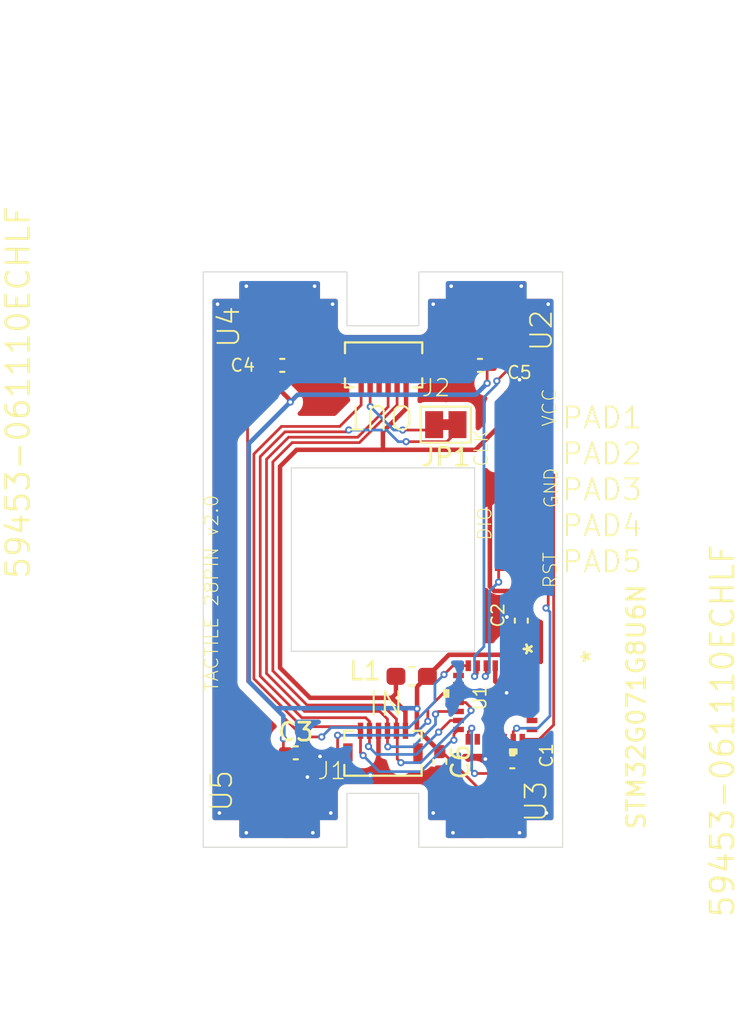
<source format=kicad_pcb>
(kicad_pcb (version 20211014) (generator pcbnew)
  (layers (0 "F.Cu" signal) (31 "B.Cu" signal) (34 "B.Paste" user) (35 "F.Paste" user) (36 "B.SilkS" user "B.Silkscreen") (37 "F.SilkS" user "F.Silkscreen") (38 "B.Mask" user) (39 "F.Mask" user) (44 "Edge.Cuts" user))
  (net 0 "")
  (net 1 "VCC")
  (net 2 "GND")
  (net 3 "/SPI_CS")
  (net 4 "/SPI_SCK")
  (net 5 "/SPI_MISO")
  (net 6 "/SPI_MOSI")
  (net 7 "/SWCLK")
  (net 8 "/SWDIO")
  (net 9 "/RST")
  (net 10 "/OUT1")
  (net 11 "/OUT2")
  (net 12 "/OUT3")
  (net 13 "/OUT4")
  (net 14 "/3V3")
  (net 30 "Net-(J2-PadP$2)")
  (footprint "Capacitor_SMD:C_0402_1005Metric_Pad0.74x0.62mm_HandSolder" (layer "F.Cu") (at 142.9011 94.2036)
    (fp_text reference "C4" (at -2.2011 -0.0036) (layer "F.SilkS") (effects (font (size 0.7 0.7) (thickness 0.1))))
    (fp_text value "C-EUC0402")
    (fp_line (start -0.115835 0.36) (end 0.115835 0.36) (layer "F.SilkS") (width 0.12))
    (fp_line (start -0.115835 -0.36) (end 0.115835 -0.36) (layer "F.SilkS") (width 0.12))
    (pad "1" smd roundrect locked (at -0.5675 0) (size 0.735 0.62) (layers "F.Cu" "F.Paste" "F.Mask") (net 1 "VCC"))
    (pad "2" smd roundrect locked (at 0.5675 0) (size 0.735 0.62) (layers "F.Cu" "F.Paste" "F.Mask") (net 2 "GND"))
  )
  (footprint "TACTILE_28UFQFPN_SPI_v2.0:59453-061110ECHLF" (layer "F.Cu") (at 147.2895 95.4258 90)
    (fp_text reference "J2" (at -0.5742 3.3105 180) (layer "F.SilkS") (effects (font (size 0.93472 0.93472) (thickness 0.08128)) (justify left bottom)))
    (fp_text value "59453-061110ECHLF" (at -0.2742 -19.0895 90) (layer "F.SilkS") (effects (font (size 1.27 1.27))))
    (fp_line (start 2.5 3.4) (end 2.5 -0.9) (layer "F.SilkS") (width 0.127))
    (fp_line (start 0 3.4) (end 0 2.9) (layer "F.SilkS") (width 0.127))
    (fp_line (start 0.5 3.4) (end 0 3.4) (layer "F.SilkS") (width 0.127))
    (fp_line (start 0 -0.9) (end 0 -0.4) (layer "F.SilkS") (width 0.127))
    (fp_line (start 0.5 -0.9) (end 0 -0.9) (layer "F.SilkS") (width 0.127))
    (fp_line (start 1.9 3.4) (end 2.5 3.4) (layer "F.SilkS") (width 0.127))
    (fp_line (start 2.5 -0.9) (end 1.9 -0.9) (layer "F.SilkS") (width 0.127))
    (pad "P$0" smd rect locked (at 1.2 -0.7 90) (size 1 0.52) (layers "F.Cu" "F.Paste" "F.Mask"))
    (pad "P$1" smd rect locked (at 0 0 90) (size 0.9 0.3) (layers "F.Cu" "F.Paste" "F.Mask") (net 3 "/SPI_CS"))
    (pad "P$2" smd rect locked (at 0 0.5 90) (size 0.9 0.3) (layers "F.Cu" "F.Paste" "F.Mask") (net 30 "Net-(J2-PadP$2)"))
    (pad "P$3" smd rect locked (at 0 1 90) (size 0.9 0.3) (layers "F.Cu" "F.Paste" "F.Mask") (net 2 "GND"))
    (pad "P$4" smd rect locked (at 0 1.5 90) (size 0.9 0.3) (layers "F.Cu" "F.Paste" "F.Mask") (net 5 "/SPI_MISO"))
    (pad "P$5" smd rect locked (at 0 2 90) (size 0.9 0.3) (layers "F.Cu" "F.Paste" "F.Mask") (net 4 "/SPI_SCK"))
    (pad "P$6" smd rect locked (at 0 2.5 90) (size 0.9 0.3) (layers "F.Cu" "F.Paste" "F.Mask") (net 14 "/3V3"))
    (pad "P$8" smd rect locked (at 1.2 3.2 90) (size 1 0.52) (layers "F.Cu" "F.Paste" "F.Mask"))
  )
  (footprint "TACTILE_28UFQFPN_SPI_v2.0:SMD1,27-2,54" (layer "F.Cu") (at 156.0011 99.0036 90)
    (fp_text reference "PAD2" (at -0.8 2.4 180) (layer "F.SilkS") (effects (font (size 1.1684 1.1684) (thickness 0.1016)) (justify left bottom)))
    (fp_text value "WIREPADSMD1,27-254")
    (pad "1" smd rect (at 0 0 90) (size 1.27 2.54) (layers "F.Cu" "F.Paste" "F.Mask") (net 7 "/SWCLK"))
  )
  (footprint "TACTILE_28UFQFPN_SPI_v2.0:59453-061110ECHLF" (layer "F.Cu") (at 149.7533 114.5266 -90)
    (fp_text reference "J1" (at 2.7734 4.9533) (layer "F.SilkS") (effects (font (size 0.93472 0.93472) (thickness 0.08128)) (justify left bottom)))
    (fp_text value "59453-061110ECHLF" (at 0 -17.6467 -90) (layer "F.SilkS") (effects (font (size 1.27 1.27))))
    (fp_line (start 0 -0.9) (end 0 -0.4) (layer "F.SilkS") (width 0.127))
    (fp_line (start 0.5 3.4) (end 0 3.4) (layer "F.SilkS") (width 0.127))
    (fp_line (start 0 3.4) (end 0 2.9) (layer "F.SilkS") (width 0.127))
    (fp_line (start 1.9 3.4) (end 2.5 3.4) (layer "F.SilkS") (width 0.127))
    (fp_line (start 2.5 3.4) (end 2.5 -0.9) (layer "F.SilkS") (width 0.127))
    (fp_line (start 0.5 -0.9) (end 0 -0.9) (layer "F.SilkS") (width 0.127))
    (fp_line (start 2.5 -0.9) (end 1.9 -0.9) (layer "F.SilkS") (width 0.127))
    (pad "P$0" smd rect locked (at 1.2 -0.7 270) (size 1 0.52) (layers "F.Cu" "F.Paste" "F.Mask"))
    (pad "P$1" smd rect locked (at 0 0 270) (size 0.9 0.3) (layers "F.Cu" "F.Paste" "F.Mask") (net 14 "/3V3"))
    (pad "P$2" smd rect locked (at 0 0.5 270) (size 0.9 0.3) (layers "F.Cu" "F.Paste" "F.Mask") (net 4 "/SPI_SCK"))
    (pad "P$3" smd rect locked (at 0 1 270) (size 0.9 0.3) (layers "F.Cu" "F.Paste" "F.Mask") (net 5 "/SPI_MISO"))
    (pad "P$4" smd rect locked (at 0 1.5 270) (size 0.9 0.3) (layers "F.Cu" "F.Paste" "F.Mask") (net 2 "GND"))
    (pad "P$5" smd rect locked (at 0 2 270) (size 0.9 0.3) (layers "F.Cu" "F.Paste" "F.Mask") (net 6 "/SPI_MOSI"))
    (pad "P$6" smd rect locked (at 0 2.5 270) (size 0.9 0.3) (layers "F.Cu" "F.Paste" "F.Mask") (net 3 "/SPI_CS"))
    (pad "P$8" smd rect locked (at 1.2 3.2 270) (size 1 0.52) (layers "F.Cu" "F.Paste" "F.Mask"))
  )
  (footprint "TACTILE_28UFQFPN_SPI_v2.0:SMD1,27-2,54" (layer "F.Cu") (at 156.0011 97.0036 90)
    (fp_text reference "PAD1" (at -0.8 2.4 180) (layer "F.SilkS") (effects (font (size 1.1684 1.1684) (thickness 0.1016)) (justify left bottom)))
    (fp_text value "WIREPADSMD1,27-254")
    (pad "1" smd rect (at 0 0 90) (size 1.27 2.54) (layers "F.Cu" "F.Paste" "F.Mask") (net 14 "/3V3"))
  )
  (footprint "Capacitor_SMD:C_0402_1005Metric_Pad0.74x0.62mm_HandSolder" (layer "F.Cu") (at 155.7011 116.2536 180)
    (fp_text reference "C1" (at -1.8989 0.3536 270) (layer "F.SilkS") (effects (font (size 0.7 0.7) (thickness 0.1))))
    (fp_text value "100nF")
    (fp_line (start -0.115835 0.36) (end 0.115835 0.36) (layer "F.SilkS") (width 0.12))
    (fp_line (start -0.115835 -0.36) (end 0.115835 -0.36) (layer "F.SilkS") (width 0.12))
    (pad "1" smd roundrect locked (at -0.5675 0 180) (size 0.735 0.62) (layers "F.Cu" "F.Paste" "F.Mask") (net 1 "VCC"))
    (pad "2" smd roundrect locked (at 0.5675 0 180) (size 0.735 0.62) (layers "F.Cu" "F.Paste" "F.Mask") (net 2 "GND"))
  )
  (footprint "Capacitor_SMD:C_0402_1005Metric_Pad0.74x0.62mm_HandSolder" (layer "F.Cu") (at 143.6511 115.7536)
    (fp_text reference "C3" (at 0 -1.16) (layer "F.SilkS"))
    (fp_text value "C-EUC0402")
    (fp_line (start -0.115835 -0.36) (end 0.115835 -0.36) (layer "F.SilkS") (width 0.12))
    (fp_line (start -0.115835 0.36) (end 0.115835 0.36) (layer "F.SilkS") (width 0.12))
    (pad "1" smd roundrect locked (at -0.5675 0) (size 0.735 0.62) (layers "F.Cu" "F.Paste" "F.Mask") (net 1 "VCC"))
    (pad "2" smd roundrect locked (at 0.5675 0) (size 0.735 0.62) (layers "F.Cu" "F.Paste" "F.Mask") (net 2 "GND"))
  )
  (footprint "Capacitor_SMD:C_0402_1005Metric_Pad0.74x0.62mm_HandSolder" (layer "F.Cu") (at 153.9011 94.2036 180)
    (fp_text reference "C5" (at -2.1989 -0.3964 180) (layer "F.SilkS") (effects (font (size 0.7 0.7) (thickness 0.1))))
    (fp_text value "C-EUC0402")
    (fp_line (start -0.115835 -0.36) (end 0.115835 -0.36) (layer "F.SilkS") (width 0.12))
    (fp_line (start -0.115835 0.36) (end 0.115835 0.36) (layer "F.SilkS") (width 0.12))
    (pad "1" smd roundrect locked (at -0.5675 0 180) (size 0.735 0.62) (layers "F.Cu" "F.Paste" "F.Mask") (net 1 "VCC"))
    (pad "2" smd roundrect locked (at 0.5675 0 180) (size 0.735 0.62) (layers "F.Cu" "F.Paste" "F.Mask") (net 2 "GND"))
  )
  (footprint "Inductor_SMD:L_0603_1608Metric_Pad1.05x0.95mm_HandSolder" (layer "F.Cu") (at 150.1 111.5 180)
    (fp_text reference "L1" (at 2.6 0.3) (layer "F.SilkS"))
    (fp_text value "33nH/±5%/500mA")
    (fp_line (start -0.171267 -0.51) (end 0.171267 -0.51) (layer "F.SilkS") (width 0.12))
    (fp_line (start -0.171267 0.51) (end 0.171267 0.51) (layer "F.SilkS") (width 0.12))
    (pad "1" smd roundrect locked (at -0.875 0 180) (size 1.05 0.95) (layers "F.Cu" "F.Paste" "F.Mask") (net 1 "VCC"))
    (pad "2" smd roundrect locked (at 0.875 0 180) (size 1.05 0.95) (layers "F.Cu" "F.Paste" "F.Mask") (net 14 "/3V3"))
  )
  (footprint "footprints:SolderJumper-2_P1.3mm_Bridged_Pad1.0x1.5mm" (layer "F.Cu") (at 152 97.5 180)
    (fp_text reference "JP1" (at 0 -1.8) (layer "F.SilkS"))
    (fp_text value "SolderJumper_2_Close")
    (fp_poly (pts (xy -0.25 -0.3) (xy 0.25 -0.3) (xy 0.25 0.3) (xy -0.25 0.3)) (layer "F.Cu") (width 0) (fill solid))
    (fp_line (start -1.4 1) (end -1.4 -1) (layer "F.SilkS") (width 0.12))
    (fp_line (start 1.4 1) (end -1.4 1) (layer "F.SilkS") (width 0.12))
    (fp_line (start 1.4 -1) (end 1.4 1) (layer "F.SilkS") (width 0.12))
    (fp_line (start -1.4 -1) (end 1.4 -1) (layer "F.SilkS") (width 0.12))
    (pad "1" smd rect locked (at -0.65 0 180) (size 1 1.5) (layers "F.Cu" "F.Mask") (net 6 "/SPI_MOSI"))
    (pad "2" smd rect locked (at 0.65 0 180) (size 1 1.5) (layers "F.Cu" "F.Mask") (net 30 "Net-(J2-PadP$2)"))
  )
  (footprint "TACTILE_28UFQFPN_SPI_v2.0:SMD1,27-2,54" (layer "F.Cu") (at 156.0011 103.0036 90)
    (fp_text reference "PAD4" (at -0.8 2.4 180) (layer "F.SilkS") (effects (font (size 1.1684 1.1684) (thickness 0.1016)) (justify left bottom)))
    (fp_text value "WIREPADSMD1,27-254")
    (pad "1" smd rect (at 0 0 90) (size 1.27 2.54) (layers "F.Cu" "F.Paste" "F.Mask") (net 8 "/SWDIO"))
  )
  (footprint "TACTILE_28UFQFPN_SPI_v2.0:SMD1,27-2,54" (layer "F.Cu") (at 156.0011 105.0036 90)
    (fp_text reference "PAD5" (at -0.8 2.4 180) (layer "F.SilkS") (effects (font (size 1.1684 1.1684) (thickness 0.1016)) (justify left bottom)))
    (fp_text value "WIREPADSMD1,27-254")
    (pad "1" smd rect (at 0 0 90) (size 1.27 2.54) (layers "F.Cu" "F.Paste" "F.Mask") (net 9 "/RST"))
  )
  (footprint "TACTILE_28UFQFPN_SPI_v2.0:SOT23-BEC" (layer "F.Cu") (at 154.0011 91.6036 90)
    (fp_text reference "U2" (at -1.8964 3.9989 90) (layer "F.SilkS") (effects (font (size 1.1684 1.1684) (thickness 0.1016)) (justify left bottom)))
    (fp_text value "DRV5057A1QDBZR")
    (pad "B" smd rect locked (at -0.95 1.1 90) (size 1 1.4) (layers "F.Cu" "F.Paste" "F.Mask") (net 1 "VCC"))
    (pad "C" smd rect locked (at 0 -1.1 90) (size 1 1.4) (layers "F.Cu" "F.Paste" "F.Mask") (net 2 "GND"))
    (pad "E" smd rect locked (at 0.95 1.1 90) (size 1 1.4) (layers "F.Cu" "F.Paste" "F.Mask") (net 10 "/OUT1"))
  )
  (footprint "TACTILE_28UFQFPN_SPI_v2.0:SMD1,27-2,54" (layer "F.Cu") (at 156.0011 101.0036 90)
    (fp_text reference "PAD3" (at -0.8 2.4 180) (layer "F.SilkS") (effects (font (size 1.1684 1.1684) (thickness 0.1016)) (justify left bottom)))
    (fp_text value "WIREPADSMD1,27-254")
    (pad "1" smd rect (at 0 0 90) (size 1.27 2.54) (layers "F.Cu" "F.Paste" "F.Mask") (net 2 "GND"))
  )
  (footprint "Capacitor_SMD:C_0402_1005Metric_Pad0.74x0.62mm_HandSolder" (layer "F.Cu") (at 151.6661 116.2528 -90)
    (fp_text reference "C6" (at 0 -1.16 -90) (layer "F.SilkS"))
    (fp_text value "C-EUC0402")
    (fp_line (start -0.115835 -0.36) (end 0.115835 -0.36) (layer "F.SilkS") (width 0.12))
    (fp_line (start -0.115835 0.36) (end 0.115835 0.36) (layer "F.SilkS") (width 0.12))
    (pad "1" smd roundrect locked (at -0.5675 0 270) (size 0.735 0.62) (layers "F.Cu" "F.Paste" "F.Mask") (net 1 "VCC"))
    (pad "2" smd roundrect locked (at 0.5675 0 270) (size 0.735 0.62) (layers "F.Cu" "F.Paste" "F.Mask") (net 2 "GND"))
  )
  (footprint "TACTILE_28UFQFPN_SPI_v2.0:SOT23-BEC" (layer "F.Cu") (at 143.0011 91.6036 -90)
    (fp_text reference "U4" (at 1.6964 2.4011 -90) (layer "F.SilkS") (effects (font (size 1.1684 1.1684) (thickness 0.1016)) (justify left bottom)))
    (fp_text value "DRV5057A1QDBZR")
    (pad "B" smd rect locked (at -0.95 1.1 270) (size 1 1.4) (layers "F.Cu" "F.Paste" "F.Mask") (net 1 "VCC"))
    (pad "C" smd rect locked (at 0 -1.1 270) (size 1 1.4) (layers "F.Cu" "F.Paste" "F.Mask") (net 2 "GND"))
    (pad "E" smd rect locked (at 0.95 1.1 270) (size 1 1.4) (layers "F.Cu" "F.Paste" "F.Mask") (net 11 "/OUT2"))
  )
  (footprint "STM32G071G8U6N:STM32G071G8U6N" (layer "F.Cu") (at 154.7511 112.9536 -90)
    (fp_text reference "U1" (at -0.2536 0.8511 -90) (layer "F.SilkS") (effects (font (size 0.7 0.7) (thickness 0.1))))
    (fp_text value "STM32G071G8U6N" (at 0.2464 -7.8489 -90) (layer "F.SilkS"))
    (fp_text user "*" (at -2.979674 -2.13233 -90) (layer "F.SilkS"))
    (fp_text user "*" (at -2.5536 -5.3489 -90) (layer "F.SilkS"))
    (fp_poly (pts (xy 2.852674 -1.19126) (xy 2.852674 -0.81026) (xy 2.598674 -0.81026) (xy 2.598674 -1.19126)) (layer "F.SilkS") (width 0.1) (fill solid))
    (fp_poly (pts (xy -0.69088 2.598674) (xy -0.69088 2.852674) (xy -0.30988 2.852674) (xy -0.30988 2.598674)) (layer "F.SilkS") (width 0.1) (fill solid))
    (pad "1" smd rect locked (at -2.0447 -1.50114) (size 0.299974 0.599948) (layers "F.Cu" "F.Paste" "F.Mask"))
    (pad "2" smd rect locked (at -2.0447 -1.00076) (size 0.299974 0.599948) (layers "F.Cu" "F.Paste" "F.Mask"))
    (pad "3" smd rect locked (at -2.0447 -0.50038) (size 0.299974 0.599948) (layers "F.Cu" "F.Paste" "F.Mask") (net 1 "VCC"))
    (pad "4" smd rect locked (at -2.0447 0) (size 0.299974 0.599948) (layers "F.Cu" "F.Paste" "F.Mask") (net 2 "GND"))
    (pad "5" smd rect locked (at -2.0447 0.50038) (size 0.299974 0.599948) (layers "F.Cu" "F.Paste" "F.Mask") (net 9 "/RST"))
    (pad "6" smd rect locked (at -2.0447 1.00076) (size 0.299974 0.599948) (layers "F.Cu" "F.Paste" "F.Mask") (net 10 "/OUT1"))
    (pad "7" smd rect locked (at -2.0447 1.50114) (size 0.299974 0.599948) (layers "F.Cu" "F.Paste" "F.Mask") (net 11 "/OUT2"))
    (pad "8" smd rect locked (at -1.50114 2.0447 270) (size 0.299974 0.599948) (layers "F.Cu" "F.Paste" "F.Mask"))
    (pad "9" smd rect locked (at -1.00076 2.0447 270) (size 0.299974 0.599948) (layers "F.Cu" "F.Paste" "F.Mask"))
    (pad "10" smd rect locked (at -0.50038 2.0447 270) (size 0.299974 0.599948) (layers "F.Cu" "F.Paste" "F.Mask") (net 12 "/OUT3"))
    (pad "11" smd rect locked (at 0 2.0447 270) (size 0.299974 0.599948) (layers "F.Cu" "F.Paste" "F.Mask") (net 4 "/SPI_SCK"))
    (pad "12" smd rect locked (at 0.50038 2.0447 270) (size 0.299974 0.599948) (layers "F.Cu" "F.Paste" "F.Mask") (net 5 "/SPI_MISO"))
    (pad "13" smd rect locked (at 1.00076 2.0447 270) (size 0.299974 0.599948) (layers "F.Cu" "F.Paste" "F.Mask") (net 6 "/SPI_MOSI"))
    (pad "14" smd rect locked (at 1.50114 2.0447 270) (size 0.299974 0.599948) (layers "F.Cu" "F.Paste" "F.Mask") (net 3 "/SPI_CS"))
    (pad "15" smd rect locked (at 2.0447 1.50114) (size 0.299974 0.599948) (layers "F.Cu" "F.Paste" "F.Mask") (net 13 "/OUT4"))
    (pad "16" smd rect locked (at 2.0447 1.00076) (size 0.299974 0.599948) (layers "F.Cu" "F.Paste" "F.Mask"))
    (pad "17" smd rect locked (at 2.0447 0.50038) (size 0.299974 0.599948) (layers "F.Cu" "F.Paste" "F.Mask"))
    (pad "18" smd rect locked (at 2.0447 0) (size 0.299974 0.599948) (layers "F.Cu" "F.Paste" "F.Mask"))
    (pad "19" smd rect locked (at 2.0447 -0.50038) (size 0.299974 0.599948) (layers "F.Cu" "F.Paste" "F.Mask"))
    (pad "20" smd rect locked (at 2.0447 -1.00076) (size 0.299974 0.599948) (layers "F.Cu" "F.Paste" "F.Mask") (net 8 "/SWDIO"))
    (pad "21" smd rect locked (at 2.0447 -1.50114) (size 0.299974 0.599948) (layers "F.Cu" "F.Paste" "F.Mask") (net 7 "/SWCLK"))
    (pad "22" smd rect locked (at 1.50114 -2.0447 270) (size 0.299974 0.599948) (layers "F.Cu" "F.Paste" "F.Mask"))
    (pad "23" smd rect locked (at 1.00076 -2.0447 270) (size 0.299974 0.599948) (layers "F.Cu" "F.Paste" "F.Mask"))
    (pad "24" smd rect locked (at 0.50038 -2.0447 270) (size 0.299974 0.599948) (layers "F.Cu" "F.Paste" "F.Mask"))
    (pad "25" smd rect locked (at 0 -2.0447 270) (size 0.299974 0.599948) (layers "F.Cu" "F.Paste" "F.Mask"))
    (pad "26" smd rect locked (at -0.50038 -2.0447 270) (size 0.299974 0.599948) (layers "F.Cu" "F.Paste" "F.Mask"))
    (pad "27" smd rect locked (at -1.00076 -2.0447 270) (size 0.299974 0.599948) (layers "F.Cu" "F.Paste" "F.Mask"))
    (pad "28" smd rect locked (at -1.50114 -2.0447 270) (size 0.299974 0.599948) (layers "F.Cu" "F.Paste" "F.Mask"))
  )
  (footprint "Capacitor_SMD:C_0402_1005Metric_Pad0.74x0.62mm_HandSolder" (layer "F.Cu") (at 156.2 108.4 90)
    (fp_text reference "C2" (at 0.3 -1.3 90) (layer "F.SilkS") (effects (font (size 0.7 0.7) (thickness 0.1))))
    (fp_text value "1uF")
    (fp_line (start -0.115835 0.36) (end 0.115835 0.36) (layer "F.SilkS") (width 0.12))
    (fp_line (start -0.115835 -0.36) (end 0.115835 -0.36) (layer "F.SilkS") (width 0.12))
    (pad "1" smd roundrect locked (at -0.5675 0 90) (size 0.735 0.62) (layers "F.Cu" "F.Paste" "F.Mask") (net 1 "VCC"))
    (pad "2" smd roundrect locked (at 0.5675 0 90) (size 0.735 0.62) (layers "F.Cu" "F.Paste" "F.Mask") (net 2 "GND"))
  )
  (footprint "TACTILE_28UFQFPN_SPI_v2.0:SOT23-BEC" (layer "F.Cu") (at 143.0011 118.4036 -90)
    (fp_text reference "U5" (at 0.6964 2.8011 -90) (layer "F.SilkS") (effects (font (size 1.1684 1.1684) (thickness 0.1016)) (justify left bottom)))
    (fp_text value "DRV5057A1QDBZR")
    (pad "B" smd rect locked (at -0.95 1.1 270) (size 1 1.4) (layers "F.Cu" "F.Paste" "F.Mask") (net 1 "VCC"))
    (pad "C" smd rect locked (at 0 -1.1 270) (size 1 1.4) (layers "F.Cu" "F.Paste" "F.Mask") (net 2 "GND"))
    (pad "E" smd rect locked (at 0.95 1.1 270) (size 1 1.4) (layers "F.Cu" "F.Paste" "F.Mask") (net 12 "/OUT3"))
  )
  (footprint "TACTILE_28UFQFPN_SPI_v2.0:SOT23-BEC" (layer "F.Cu") (at 154.0011 118.4036 90)
    (fp_text reference "U3" (at -1.2964 3.6989 90) (layer "F.SilkS") (effects (font (size 1.1684 1.1684) (thickness 0.1016)) (justify left bottom)))
    (fp_text value "DRV5057A1QDBZR")
    (pad "B" smd rect (at -0.95 1.1 90) (size 1 1.4) (layers "F.Cu" "F.Paste" "F.Mask") (net 1 "VCC"))
    (pad "C" smd rect (at 0 -1.1 90) (size 1 1.4) (layers "F.Cu" "F.Paste" "F.Mask") (net 2 "GND"))
    (pad "E" smd rect (at 0.95 1.1 90) (size 1 1.4) (layers "F.Cu" "F.Paste" "F.Mask") (net 13 "/OUT4"))
  )
  (gr_line (start 138.5011 121.0036) (end 146.5011 121.0036) (layer "Edge.Cuts") (width 0.05))
  (gr_line (start 153.6011 110.1036) (end 153.6011 99.9036) (layer "Edge.Cuts") (width 0.05))
  (gr_line (start 146.5011 92.0036) (end 150.5011 92.0036) (layer "Edge.Cuts") (width 0.05))
  (gr_line (start 150.5011 92.0036) (end 150.5011 89.0036) (layer "Edge.Cuts") (width 0.05))
  (gr_line (start 150.5011 121.0036) (end 158.5011 121.0036) (layer "Edge.Cuts") (width 0.05))
  (gr_line (start 143.4011 99.9036) (end 143.4011 110.1036) (layer "Edge.Cuts") (width 0.05))
  (gr_line (start 158.5011 89.0036) (end 150.5011 89.0036) (layer "Edge.Cuts") (width 0.05))
  (gr_line (start 150.5011 118.0036) (end 150.5011 121.0036) (layer "Edge.Cuts") (width 0.05))
  (gr_line (start 146.5011 89.0036) (end 138.5011 89.0036) (layer "Edge.Cuts") (width 0.05))
  (gr_line (start 143.4011 110.1036) (end 153.6011 110.1036) (layer "Edge.Cuts") (width 0.05))
  (gr_line (start 146.5011 118.0036) (end 150.5011 118.0036) (layer "Edge.Cuts") (width 0.05))
  (gr_line (start 153.6011 99.9036) (end 143.4011 99.9036) (layer "Edge.Cuts") (width 0.05))
  (gr_line (start 146.5011 89.0036) (end 146.5011 92.0036) (layer "Edge.Cuts") (width 0.05))
  (gr_line (start 158.5011 121.0036) (end 158.5011 89.0036) (layer "Edge.Cuts") (width 0.05))
  (gr_line (start 146.5011 121.0036) (end 146.5011 118.0036) (layer "Edge.Cuts") (width 0.05))
  (gr_line (start 138.5011 89.0036) (end 138.5011 121.0036) (layer "Edge.Cuts") (width 0.05))
  (gr_text "DIO" (at 154.6 104 90) (layer "F.SilkS") (effects (font (size 0.747776 0.747776) (thickness 0.065024)) (justify left bottom)))
  (gr_text "TACTILE 28PIN v2.0" (at 139.4 112.4 90) (layer "F.SilkS") (effects (font (size 0.747776 0.747776) (thickness 0.065024)) (justify left bottom)))
  (gr_text "VCC" (at 158.2011 97.6536 90) (layer "F.SilkS") (effects (font (size 0.747776 0.747776) (thickness 0.065024)) (justify left bottom)))
  (gr_text "GND" (at 158.3011 102.2036 90) (layer "F.SilkS") (effects (font (size 0.747776 0.747776) (thickness 0.065024)) (justify left bottom)))
  (gr_text "CLK" (at 154.4 99.9 90) (layer "F.SilkS") (effects (font (size 0.747776 0.747776) (thickness 0.065024)) (justify left bottom)))
  (gr_text "OUT" (at 150.3 96.3 180) (layer "F.SilkS") (effects (font (size 1.308608 1.308608) (thickness 0.113792)) (justify left bottom)))
  (gr_text "IN" (at 147.6 113.8) (layer "F.SilkS") (effects (font (size 1.308608 1.308608) (thickness 0.113792)) (justify left bottom)))
  (gr_text "RST" (at 158.2511 106.6536 90) (layer "F.SilkS") (effects (font (size 0.747776 0.747776) (thickness 0.065024)) (justify left bottom)))
  (segment (start 156.3511 118.1036) (end 155.1011 119.3536) (width 0.1524) (layer "F.Cu") (net 1))
  (segment (start 142.2511 94.2) (end 142.9011 93.55) (width 0.1524) (layer "F.Cu") (net 1))
  (segment (start 150.389263 114.408463) (end 151.6661 115.6853) (width 0.254) (layer "F.Cu") (net 1))
  (segment (start 142.2511 117.4536) (end 141.9011 117.4536) (width 0.254) (layer "F.Cu") (net 1))
  (segment (start 142.9011 93.55) (end 142.9011 91.6536) (width 0.1524) (layer "F.Cu") (net 1))
  (segment (start 143.34555 96.14555) (end 143.34555 96.24555) (width 0.254) (layer "F.Cu") (net 1))
  (segment (start 151.700753 115.6028) (end 155.1011 119.003147) (width 0.1524) (layer "F.Cu") (net 1))
  (segment (start 150.4 112.075) (end 150.975 111.5) (width 0.254) (layer "F.Cu") (net 1))
  (segment (start 142.960581 115.713082) (end 142.9607 114.9648) (width 0.1524) (layer "F.Cu") (net 1))
  (segment (start 142.2511 95.0511) (end 143.34555 96.14555) (width 0.254) (layer "F.Cu") (net 1))
  (segment (start 143.0011 115.7536) (end 142.960581 115.713082) (width 0.1524) (layer "F.Cu") (net 1))
  (segment (start 143.0011 115.7536) (end 143.0011 116.7036) (width 0.254) (layer "F.Cu") (net 1))
  (segment (start 142.2511 94.2) (end 142.2511 95.0511) (width 0.254) (layer "F.Cu") (net 1))
  (segment (start 156.3511 116.2536) (end 156.3511 118.1036) (width 0.1524) (layer "F.Cu") (net 1))
  (segment (start 155.1011 119.003147) (end 155.1011 119.3536) (width 0.1524) (layer "F.Cu") (net 1))
  (segment (start 152.175 110.3) (end 155.1 110.3) (width 0.254) (layer "F.Cu") (net 1))
  (segment (start 150.4 113.3) (end 150.4 112.075) (width 0.254) (layer "F.Cu") (net 1))
  (segment (start 155.25148 109.91602) (end 155.25148 110.9089) (width 0.25) (layer "F.Cu") (net 1))
  (segment (start 142.9011 91.6536) (end 141.9011 90.6536) (width 0.1524) (layer "F.Cu") (net 1))
  (segment (start 150.975 111.5) (end 152.175 110.3) (width 0.254) (layer "F.Cu") (net 1))
  (segment (start 154.3 94.4547) (end 155.1011 93.6536) (width 0.1524) (layer "F.Cu") (net 1))
  (segment (start 150.389263 113.310737) (end 150.389263 114.408463) (width 0.254) (layer "F.Cu") (net 1))
  (segment (start 151.6661 115.6028) (end 151.700753 115.6028) (width 0.1524) (layer "F.Cu") (net 1))
  (segment (start 155.1011 93.6536) (end 155.1011 92.5536) (width 0.1524) (layer "F.Cu") (net 1))
  (segment (start 156.2 108.9675) (end 155.25148 109.91602) (width 0.25) (layer "F.Cu") (net 1))
  (segment (start 143.0011 116.7036) (end 142.2511 117.4536) (width 0.254) (layer "F.Cu") (net 1))
  (segment (start 154.3 95.2) (end 154.3 94.4547) (width 0.1524) (layer "F.Cu") (net 1))
  (segment (start 150.4 113.3) (end 150.389263 113.310737) (width 0.254) (layer "F.Cu") (net 1))
  (via (at 142.9607 114.9648) (size 0.4032) (drill 0.2) (layers "F.Cu" "B.Cu") (net 1))
  (via (at 150.4 113.3) (size 0.4) (drill 0.2) (layers "F.Cu" "B.Cu") (net 1))
  (via (at 143.34555 96.24555) (size 0.4) (drill 0.2) (layers "F.Cu" "B.Cu") (net 1))
  (via (at 154.3 95.2) (size 0.4032) (drill 0.2) (layers "F.Cu" "B.Cu") (net 1))
  (segment (start 142.9607 113.703001) (end 142.9607 114.9648) (width 0.254) (layer "B.Cu") (net 1))
  (segment (start 141.0411 111.7834) (end 142.528862 113.271163) (width 0.254) (layer "B.Cu") (net 1))
  (segment (start 150.4 113.3) (end 150.371163 113.271163) (width 0.254) (layer "B.Cu") (net 1))
  (segment (start 153.6648 95.8352) (end 143.796029 95.8352) (width 0.254) (layer "B.Cu") (net 1))
  (segment (start 141.0411 111.7834) (end 141.0411 98.55) (width 0.254) (layer "B.Cu") (net 1))
  (segment (start 143.34555 96.24555) (end 143.7559 95.8352) (width 0.254) (layer "B.Cu") (net 1))
  (segment (start 154.3 95.2) (end 153.6648 95.8352) (width 0.254) (layer "B.Cu") (net 1))
  (segment (start 141.0411 98.55) (end 143.34555 96.24555) (width 0.254) (layer "B.Cu") (net 1))
  (segment (start 150.371163 113.271163) (end 142.528862 113.271163) (width 0.254) (layer "B.Cu") (net 1))
  (segment (start 142.528862 113.271163) (end 142.9607 113.703001) (width 0.254) (layer "B.Cu") (net 1))
  (segment (start 156.1 107.8) (end 156.3 107.8) (width 0.1524) (layer "F.Cu") (net 2))
  (segment (start 155.7511 106.7036) (end 155.7011 106.7536) (width 0.254) (layer "F.Cu") (net 2))
  (segment (start 148.2533 114.5266) (end 148.2533 116.5467) (width 0.25) (layer "F.Cu") (net 2))
  (segment (start 154.4511 106.5036) (end 154.4511 101.9536) (width 0.254) (layer "F.Cu") (net 2))
  (segment (start 154.7011 106.7536) (end 154.4511 106.5036) (width 0.254) (layer "F.Cu") (net 2))
  (segment (start 155.7511 107.4536) (end 155.7511 106.7036) (width 0.254) (layer "F.Cu") (net 2))
  (segment (start 154.3536 116.2536) (end 155.0511 116.2536) (width 0.1524) (layer "F.Cu") (net 2))
  (segment (start 148.3 95.39235) (end 148.3 94.20765) (width 0.25) (layer "F.Cu") (net 2))
  (segment (start 144.3011 115.7536) (end 144.3011 118.2036) (width 0.254) (layer "F.Cu") (net 2))
  (segment (start 154.7511 111.783078) (end 155.384011 112.415989) (width 0.25) (layer "F.Cu") (net 2))
  (segment (start 144.1011 91.6036) (end 144.1387 91.6412) (width 0.254) (layer "F.Cu") (net 2))
  (segment (start 144.3011 115.7536) (end 144.5011 115.9536) (width 0.254) (layer "F.Cu") (net 2))
  (segment (start 154.4511 101.9536) (end 155.4011 101.0036) (width 0.254) (layer "F.Cu") (net 2))
  (segment (start 156.0975 107.8) (end 155.7511 107.4536) (width 0.254) (layer "F.Cu") (net 2))
  (segment (start 148.2533 116.5467) (end 147.8 117) (width 0.25) (layer "F.Cu") (net 2))
  (segment (start 155.4 108.2) (end 155.7 108.2) (width 0.1524) (layer "F.Cu") (net 2))
  (segment (start 155.7 108.2) (end 156.1 107.8) (width 0.1524) (layer "F.Cu") (net 2))
  (segment (start 154.7511 110.9089) (end 154.7511 111.783078) (width 0.25) (layer "F.Cu") (net 2))
  (segment (start 154.2 116.1) (end 154.3536 116.2536) (width 0.1524) (layer "F.Cu") (net 2))
  (segment (start 144.3011 118.2036) (end 144.1011 118.4036) (width 0.254) (layer "F.Cu") (net 2))
  (segment (start 144.5011 115.9536) (end 145.0011 115.9536) (width 0.254) (layer "F.Cu") (net 2))
  (segment (start 155.4011 101.0036) (end 156.0011 101.0036) (width 0.254) (layer "F.Cu") (net 2))
  (segment (start 155.7011 106.7536) (end 154.7011 106.7536) (width 0.254) (layer "F.Cu") (net 2))
  (segment (start 156.3 107.8) (end 156.0975 107.8) (width 0.254) (layer "F.Cu") (net 2))
  (via (at 156.2 89.8) (size 0.4) (drill 0.2) (layers "F.Cu" "B.Cu") (net 2))
  (via (at 140.9 120.2) (size 0.4032) (drill 0.2) (layers "F.Cu" "B.Cu") (net 2))
  (via (at 144.3 117.1) (size 0.4032) (drill 0.2) (layers "F.Cu" "B.Cu") (net 2))
  (via (at 145.7 90.8) (size 0.4) (drill 0.2) (layers "F.Cu" "B.Cu") (net 2))
  (via (at 156.1 95) (size 0.4) (drill 0.2) (layers "F.Cu" "B.Cu") (net 2))
  (via (at 151.3 90.8) (size 0.4) (drill 0.2) (layers "F.Cu" "B.Cu") (net 2))
  (via (at 154.2 116.1) (size 0.4032) (drill 0.2) (layers "F.Cu" "B.Cu") (net 2))
  (via (at 144.7 89.8) (size 0.4) (drill 0.2) (layers "F.Cu" "B.Cu") (net 2))
  (via (at 155.384011 112.415989) (size 0.4) (drill 0.2) (layers "F.Cu" "B.Cu") (net 2))
  (via (at 139.4 119.1) (size 0.4032) (drill 0.2) (layers "F.Cu" "B.Cu") (net 2))
  (via (at 152.4 120.2) (size 0.4032) (drill 0.2) (layers "F.Cu" "B.Cu") (net 2))
  (via (at 140.9 89.8) (size 0.4) (drill 0.2) (layers "F.Cu" "B.Cu") (net 2))
  (via (at 145.0011 115.9536) (size 0.4032) (drill 0.2) (layers "F.Cu" "B.Cu") (net 2))
  (via (at 145.6 119.1) (size 0.4032) (drill 0.2) (layers "F.Cu" "B.Cu") (net 2))
  (via (at 152.3 89.8) (size 0.4) (drill 0.2) (layers "F.Cu" "B.Cu") (net 2))
  (via (at 139.3 90.8) (size 0.4) (drill 0.2) (layers "F.Cu" "B.Cu") (net 2))
  (via (at 155.4 108.2) (size 0.4032) (drill 0.2) (layers "F.Cu" "B.Cu") (net 2))
  (via (at 156.1 120.2) (size 0.4032) (drill 0.2) (layers "F.Cu" "B.Cu") (net 2))
  (via (at 157.6 119.1) (size 0.4032) (drill 0.2) (layers "F.Cu" "B.Cu") (net 2))
  (via (at 144.6 120.2) (size 0.4032) (drill 0.2) (layers "F.Cu" "B.Cu") (net 2))
  (via (at 147.8 117) (size 0.4032) (drill 0.2) (layers "F.Cu" "B.Cu") (net 2))
  (via (at 157.7 90.8) (size 0.4) (drill 0.2) (layers "F.Cu" "B.Cu") (net 2))
  (via (at 151.3 119.1) (size 0.4032) (drill 0.2) (layers "F.Cu" "B.Cu") (net 2))
  (segment (start 147.4 115.9) (end 147.2533 115.7533) (width 0.1524) (layer "F.Cu") (net 3))
  (segment (start 147.2895 96.4105) (end 147.2895 95.4258) (width 0.1524) (layer "F.Cu") (net 3))
  (segment (start 142.8547 97.6) (end 146.1 97.6) (width 0.1524) (layer "F.Cu") (net 3))
  (segment (start 146.1 97.6) (end 147.2895 96.4105) (width 0.1524) (layer "F.Cu") (net 3))
  (segment (start 143.988789 114.299289) (end 141.3205 111.631) (width 0.1524) (layer "F.Cu") (net 3))
  (segment (start 141.3205 99.1342) (end 142.8547 97.6) (width 0.1524) (layer "F.Cu") (net 3))
  (segment (start 152.451016 114.710124) (end 152.7064 114.45474) (width 0.15) (layer "F.Cu") (net 3))
  (segment (start 147.2533 115.7533) (end 147.2533 114.5266) (width 0.1524) (layer "F.Cu") (net 3))
  (segment (start 152.451016 115.051016) (end 152.451016 114.710124) (width 0.15) (layer "F.Cu") (net 3))
  (segment (start 147.2533 114.5266) (end 147.025989 114.299289) (width 0.1524) (layer "F.Cu") (net 3))
  (segment (start 147.025989 114.299289) (end 143.988789 114.299289) (width 0.1524) (layer "F.Cu") (net 3))
  (segment (start 141.3205 111.631) (end 141.3205 99.1342) (width 0.1524) (layer "F.Cu") (net 3))
  (via (at 152.451016 115.051016) (size 0.4) (drill 0.2) (layers "F.Cu" "B.Cu") (net 3))
  (via (at 147.4 115.9) (size 0.4) (drill 0.2) (layers "F.Cu" "B.Cu") (net 3))
  (segment (start 147.4 115.9) (end 148.3 116.8) (width 0.1524) (layer "B.Cu") (net 3))
  (segment (start 148.3 116.8) (end 150.6 116.8) (width 0.1524) (layer "B.Cu") (net 3))
  (segment (start 152.348984 115.051016) (end 150.6 116.8) (width 0.15) (layer "B.Cu") (net 3))
  (segment (start 152.451016 115.051016) (end 152.348984 115.051016) (width 0.15) (layer "B.Cu") (net 3))
  (segment (start 149.3 116.1) (end 149.3 114.5733) (width 0.1524) (layer "F.Cu") (net 4))
  (segment (start 153.4 113.246197) (end 153.107403 112.9536) (width 0.1524) (layer "F.Cu") (net 4))
  (segment (start 144.27873 113.09616) (end 148.471972 113.09616) (width 0.1524) (layer "F.Cu") (net 4))
  (segment (start 147.194452 98.5) (end 143.44777 98.5) (width 0.1524) (layer "F.Cu") (net 4))
  (segment (start 149.3 114.5733) (end 149.2533 114.5266) (width 0.1524) (layer "F.Cu") (net 4))
  (segment (start 149.2895 96.404952) (end 147.194452 98.5) (width 0.1524) (layer "F.Cu") (net 4))
  (segment (start 148.471972 113.09616) (end 149.2533 113.877488) (width 0.1524) (layer "F.Cu") (net 4))
  (segment (start 153.107403 112.9536) (end 152.7064 112.9536) (width 0.1524) (layer "F.Cu") (net 4))
  (segment (start 149.2895 95.4258) (end 149.2895 96.404952) (width 0.1524) (layer "F.Cu") (net 4))
  (segment (start 142.37626 111.19369) (end 144.27873 113.09616) (width 0.1524) (layer "F.Cu") (net 4))
  (segment (start 153.4 113.4) (end 153.4 113.246197) (width 0.1524) (layer "F.Cu") (net 4))
  (segment (start 149.5 116.3) (end 149.3 116.1) (width 0.1524) (layer "F.Cu") (net 4))
  (segment (start 149.2533 113.877488) (end 149.2533 114.5266) (width 0.1524) (layer "F.Cu") (net 4))
  (segment (start 143.44777 98.5) (end 142.37626 99.57151) (width 0.1524) (layer "F.Cu") (net 4))
  (segment (start 142.37626 99.57151) (end 142.37626 111.19369) (width 0.1524) (layer "F.Cu") (net 4))
  (via (at 149.5 116.3) (size 0.4) (drill 0.2) (layers "F.Cu" "B.Cu") (net 4))
  (via (at 153.4 113.4) (size 0.4032) (drill 0.2) (layers "F.Cu" "B.Cu") (net 4))
  (segment (start 150.6 116.3) (end 149.5 116.3) (width 0.1524) (layer "B.Cu") (net 4))
  (segment (start 153.4 113.5) (end 150.6 116.3) (width 0.1524) (layer "B.Cu") (net 4))
  (segment (start 153.4 113.4) (end 153.4 113.5) (width 0.1524) (layer "B.Cu") (net 4))
  (segment (start 148.7895 95.4258) (end 148.7895 96.5105) (width 0.1524) (layer "F.Cu") (net 5))
  (segment (start 148.7761 115.415374) (end 148.7533 115.392574) (width 0.1524) (layer "F.Cu") (net 5))
  (segment (start 144.13296 113.44808) (end 148.326202 113.44808) (width 0.1524) (layer "F.Cu") (net 5))
  (segment (start 148.7895 96.5105) (end 147.1 98.2) (width 0.1524) (layer "F.Cu") (net 5))
  (segment (start 151.4273 113.602147) (end 151.575847 113.4536) (width 0.1524) (layer "F.Cu") (net 5))
  (segment (start 142.02434 99.42574) (end 142.02434 111.33946) (width 0.1524) (layer "F.Cu") (net 5))
  (segment (start 143.25008 98.2) (end 142.02434 99.42574) (width 0.1524) (layer "F.Cu") (net 5))
  (segment (start 148.326202 113.44808) (end 148.7533 113.875178) (width 0.1524) (layer "F.Cu") (net 5))
  (segment (start 148.7533 115.392574) (end 148.7533 114.5266) (width 0.1524) (layer "F.Cu") (net 5))
  (segment (start 147.1 98.2) (end 143.25008 98.2) (width 0.1524) (layer "F.Cu") (net 5))
  (segment (start 151.575847 113.4536) (end 152.8261 113.4536) (width 0.1524) (layer "F.Cu") (net 5))
  (segment (start 142.02434 111.33946) (end 144.13296 113.44808) (width 0.1524) (layer "F.Cu") (net 5))
  (segment (start 148.7533 113.875178) (end 148.7533 114.5266) (width 0.1524) (layer "F.Cu") (net 5))
  (via (at 151.4273 113.602147) (size 0.4032) (drill 0.2) (layers "F.Cu" "B.Cu") (net 5))
  (via (at 148.7761 115.415374) (size 0.4032) (drill 0.2) (layers "F.Cu" "B.Cu") (net 5))
  (segment (start 151.4273 114.174747) (end 151.4273 113.602147) (width 0.1524) (layer "B.Cu") (net 5))
  (segment (start 150.184626 115.415374) (end 151.174289 114.425711) (width 0.1524) (layer "B.Cu") (net 5))
  (segment (start 148.7761 115.415374) (end 150.184626 115.415374) (width 0.1524) (layer "B.Cu") (net 5))
  (segment (start 151.174289 114.425711) (end 151.176336 114.425711) (width 0.1524) (layer "B.Cu") (net 5))
  (segment (start 151.176336 114.425711) (end 151.4273 114.174747) (width 0.1524) (layer "B.Cu") (net 5))
  (segment (start 141.67242 99.27997) (end 141.67242 111.48523) (width 0.1524) (layer "F.Cu") (net 6))
  (segment (start 152.052711 98.452711) (end 152.65 97.855422) (width 0.1524) (layer "F.Cu") (net 6))
  (segment (start 146.4973 97.9) (end 143.05239 97.9) (width 0.1524) (layer "F.Cu") (net 6))
  (segment (start 149.789396 98.4485) (end 150.647289 98.4485) (width 0.1524) (layer "F.Cu") (net 6))
  (segment (start 141.67242 111.48523) (end 143.98719 113.8) (width 0.1524) (layer "F.Cu") (net 6))
  (segment (start 150.647289 98.4485) (end 150.647289 98.452711) (width 0.1524) (layer "F.Cu") (net 6))
  (segment (start 152.249718 113.95436) (end 151.602039 114.602039) (width 0.15) (layer "F.Cu") (net 6))
  (segment (start 143.05239 97.9) (end 141.67242 99.27997) (width 0.1524) (layer "F.Cu") (net 6))
  (segment (start 147.54319 113.8) (end 147.7533 114.01011) (width 0.1524) (layer "F.Cu") (net 6))
  (segment (start 150.647289 98.452711) (end 152.052711 98.452711) (width 0.1524) (layer "F.Cu") (net 6))
  (segment (start 147.7533 114.5266) (end 147.7533 115.3467) (width 0.1524) (layer "F.Cu") (net 6))
  (segment (start 152.7064 113.95436) (end 152.249718 113.95436) (width 0.15) (layer "F.Cu") (net 6))
  (segment (start 143.98719 113.8) (end 147.54319 113.8) (width 0.1524) (layer "F.Cu") (net 6))
  (segment (start 147.7533 114.01011) (end 147.7533 114.5266) (width 0.1524) (layer "F.Cu") (net 6))
  (segment (start 152.65 97.855422) (end 152.65 97.5) (width 0.1524) (layer "F.Cu") (net 6))
  (segment (start 147.7533 115.3467) (end 147.7 115.4) (width 0.1524) (layer "F.Cu") (net 6))
  (segment (start 146.6 97.7973) (end 146.4973 97.9) (width 0.1524) (layer "F.Cu") (net 6))
  (via (at 146.6 97.7973) (size 0.4) (drill 0.2) (layers "F.Cu" "B.Cu") (net 6))
  (via (at 149.789396 98.4485) (size 0.4) (drill 0.2) (layers "F.Cu" "B.Cu") (net 6))
  (via (at 151.602039 114.602039) (size 0.4) (drill 0.2) (layers "F.Cu" "B.Cu") (net 6))
  (via (at 147.7 115.4) (size 0.4032) (drill 0.2) (layers "F.Cu" "B.Cu") (net 6))
  (segment (start 150.362593 115.841485) (end 148.141485 115.841485) (width 0.15) (layer "B.Cu") (net 6))
  (segment (start 149.354048 98.4485) (end 149.789396 98.4485) (width 0.1524) (layer "B.Cu") (net 6))
  (segment (start 148.705548 97.8) (end 149.354048 98.4485) (width 0.1524) (layer "B.Cu") (net 6))
  (segment (start 148.141485 115.841485) (end 147.7 115.4) (width 0.15) (layer "B.Cu") (net 6))
  (segment (start 151.602039 114.602039) (end 150.362593 115.841485) (width 0.15) (layer "B.Cu") (net 6))
  (segment (start 146.6 97.7973) (end 146.6027 97.8) (width 0.1524) (layer "B.Cu") (net 6))
  (segment (start 146.6027 97.8) (end 148.705548 97.8) (width 0.1524) (layer "B.Cu") (net 6))
  (segment (start 158 114.2) (end 157.2017 114.9983) (width 0.1524) (layer "F.Cu") (net 7))
  (segment (start 158 100.3025) (end 158 114.2) (width 0.1524) (layer "F.Cu") (net 7))
  (segment (start 157.2011 99.5036) (end 158 100.3025) (width 0.1524) (layer "F.Cu") (net 7))
  (segment (start 156.5011 99.5036) (end 157.2011 99.5036) (width 0.1524) (layer "F.Cu") (net 7))
  (segment (start 156.0011 99.0036) (end 156.5011 99.5036) (width 0.1524) (layer "F.Cu") (net 7))
  (segment (start 157.2017 114.9983) (end 156.25224 114.9983) (width 0.1524) (layer "F.Cu") (net 7))
  (segment (start 157.2011 99.5036) (end 157.1011 99.4036) (width 0.1524) (layer "F.Cu") (net 7))
  (segment (start 157.69808 107.57622) (end 157.5743 107.7) (width 0.1524) (layer "F.Cu") (net 8))
  (segment (start 155.942091 114.387683) (end 155.75186 114.577914) (width 0.1524) (layer "F.Cu") (net 8))
  (segment (start 157.69808 104.00058) (end 157.69808 107.57622) (width 0.1524) (layer "F.Cu") (net 8))
  (segment (start 155.75186 114.577914) (end 155.75186 114.9983) (width 0.1524) (layer "F.Cu") (net 8))
  (segment (start 157.4743 103.7768) (end 157.69808 104.00058) (width 0.1524) (layer "F.Cu") (net 8))
  (segment (start 156.7011 103.0036) (end 156.0011 103.0036) (width 0.1524) (layer "F.Cu") (net 8))
  (segment (start 157.4743 103.7768) (end 156.7011 103.0036) (width 0.1524) (layer "F.Cu") (net 8))
  (via (at 157.5743 107.7) (size 0.4) (drill 0.2) (layers "F.Cu" "B.Cu") (net 8))
  (via (at 155.942091 114.387683) (size 0.4) (drill 0.2) (layers "F.Cu" "B.Cu") (net 8))
  (segment (start 157.8 113.7) (end 157.112317 114.387683) (width 0.1524) (layer "B.Cu") (net 8))
  (segment (start 157.8 107.9257) (end 157.8 113.7) (width 0.1524) (layer "B.Cu") (net 8))
  (segment (start 157.5743 107.7) (end 157.8 107.9257) (width 0.1524) (layer "B.Cu") (net 8))
  (segment (start 157.112317 114.387683) (end 155.942091 114.387683) (width 0.1524) (layer "B.Cu") (net 8))
  (segment (start 155.5011 105.0036) (end 156.0011 105.0036) (width 0.1524) (layer "F.Cu") (net 9))
  (segment (start 154.2 111.5) (end 154.25072 111.44928) (width 0.1524) (layer "F.Cu") (net 9))
  (segment (start 154.25072 111.44928) (end 154.25072 110.9089) (width 0.1524) (layer "F.Cu") (net 9))
  (segment (start 154.9385 106.2536) (end 154.9385 105.5662) (width 0.1524) (layer "F.Cu") (net 9))
  (segment (start 154.9385 105.5662) (end 155.5011 105.0036) (width 0.1524) (layer "F.Cu") (net 9))
  (via (at 154.9385 106.2536) (size 0.4032) (drill 0.2) (layers "F.Cu" "B.Cu") (net 9))
  (via (at 154.2 111.5) (size 0.4) (drill 0.2) (layers "F.Cu" "B.Cu") (net 9))
  (segment (start 154.2 111.5) (end 154.42402 111.27598) (width 0.1524) (layer "B.Cu") (net 9))
  (segment (start 154.42402 111.27598) (end 154.42402 106.76808) (width 0.1524) (layer "B.Cu") (net 9))
  (segment (start 154.42402 106.76808) (end 154.9385 106.2536) (width 0.1524) (layer "B.Cu") (net 9))
  (segment (start 153.75034 111.34966) (end 153.75034 110.9089) (width 0.1524) (layer "F.Cu") (net 10))
  (segment (start 154.838162 95.074055) (end 154.838162 95.061838) (width 0.1524) (layer "F.Cu") (net 10))
  (segment (start 156.1 93.8) (end 156.1 91.6525) (width 0.1524) (layer "F.Cu") (net 10))
  (segment (start 156.1 91.6525) (end 155.1011 90.6536) (width 0.1524) (layer "F.Cu") (net 10))
  (segment (start 153.6 111.5) (end 153.75034 111.34966) (width 0.1524) (layer "F.Cu") (net 10))
  (segment (start 154.838162 95.061838) (end 156.1 93.8) (width 0.1524) (layer "F.Cu") (net 10))
  (via (at 153.6 111.5) (size 0.4) (drill 0.2) (layers "F.Cu" "B.Cu") (net 10))
  (via (at 154.838162 95.074055) (size 0.4032) (drill 0.2) (layers "F.Cu" "B.Cu") (net 10))
  (segment (start 154.1221 109.85092) (end 153.6 110.37302) (width 0.1524) (layer "B.Cu") (net 10))
  (segment (start 154.838162 95.266148) (end 154.1221 95.98221) (width 0.1524) (layer "B.Cu") (net 10))
  (segment (start 154.838162 95.074055) (end 154.838162 95.266148) (width 0.1524) (layer "B.Cu") (net 10))
  (segment (start 153.6 110.37302) (end 153.6 111.5) (width 0.1524) (layer "B.Cu") (net 10))
  (segment (start 154.1221 95.98221) (end 154.1221 109.85092) (width 0.1524) (layer "B.Cu") (net 10))
  (segment (start 140.96858 111.77677) (end 140.96858 96.812807) (width 0.1524) (layer "F.Cu") (net 11))
  (segment (start 140.96858 96.812807) (end 140.96858 93.48612) (width 0.1524) (layer "F.Cu") (net 11))
  (segment (start 145.092662 114.869763) (end 144.061573 114.869763) (width 0.1524) (layer "F.Cu") (net 11))
  (segment (start 140.96858 93.48612) (end 141.9011 92.5536) (width 0.1524) (layer "F.Cu") (net 11))
  (segment (start 144.061573 114.869763) (end 140.96858 111.77677) (width 0.1524) (layer "F.Cu") (net 11))
  (segment (start 152.3911 110.9089) (end 153.24996 110.9089) (width 0.1524) (layer "F.Cu") (net 11))
  (segment (start 151.9 111.4) (end 152.3911 110.9089) (width 0.1524) (layer "F.Cu") (net 11))
  (via (at 151.9 111.4) (size 0.4) (drill 0.2) (layers "F.Cu" "B.Cu") (net 11))
  (via (at 145.092662 114.869763) (size 0.4032) (drill 0.2) (layers "F.Cu" "B.Cu") (net 11))
  (segment (start 149.952758 114.349289) (end 145.613136 114.349289) (width 0.1524) (layer "B.Cu") (net 11))
  (segment (start 151.394685 112.907362) (end 149.952758 114.349289) (width 0.1524) (layer "B.Cu") (net 11))
  (segment (start 151.9 111.4) (end 151.394685 111.905315) (width 0.1524) (layer "B.Cu") (net 11))
  (segment (start 145.613136 114.349289) (end 145.092662 114.869763) (width 0.1524) (layer "B.Cu") (net 11))
  (segment (start 151.394685 111.905315) (end 151.394685 112.907362) (width 0.1524) (layer "B.Cu") (net 11))
  (segment (start 145.9805 115.57851) (end 145.1 116.45901) (width 0.1524) (layer "F.Cu") (net 12))
  (segment (start 151 113.3) (end 151.8 112.5) (width 0.1524) (layer "F.Cu") (net 12))
  (segment (start 145.9805 114.7766) (end 145.9805 115.57851) (width 0.1524) (layer "F.Cu") (net 12))
  (segment (start 144.8511 119.3536) (end 141.9011 119.3536) (width 0.1524) (layer "F.Cu") (net 12))
  (segment (start 151.84678 112.45322) (end 151.8 112.5) (width 0.15) (layer "F.Cu") (net 12))
  (segment (start 152.7064 112.45322) (end 151.84678 112.45322) (width 0.15) (layer "F.Cu") (net 12))
  (segment (start 145.1 116.45901) (end 145.1 119.1047) (width 0.1524) (layer "F.Cu") (net 12))
  (segment (start 151 114) (end 151 113.3) (width 0.1524) (layer "F.Cu") (net 12))
  (segment (start 145.1 119.1047) (end 144.8511 119.3536) (width 0.1524) (layer "F.Cu") (net 12))
  (via (at 145.9805 114.7766) (size 0.4032) (drill 0.2) (layers "F.Cu" "B.Cu") (net 12))
  (via (at 151 114) (size 0.4) (drill 0.2) (layers "F.Cu" "B.Cu") (net 12))
  (segment (start 150.215521 114.7766) (end 145.9805 114.7766) (width 0.1524) (layer "B.Cu") (net 12))
  (segment (start 151 114) (end 150.992121 114) (width 0.1524) (layer "B.Cu") (net 12))
  (segment (start 150.992121 114) (end 150.215521 114.7766) (width 0.1524) (layer "B.Cu") (net 12))
  (segment (start 153.24996 114.57907) (end 153.442556 114.386474) (width 0.15) (layer "F.Cu") (net 13))
  (segment (start 153.24996 114.9983) (end 153.24996 114.57907) (width 0.15) (layer "F.Cu") (net 13))
  (segment (start 153.6 116.9) (end 154.5475 116.9) (width 0.1524) (layer "F.Cu") (net 13))
  (segment (start 154.5475 116.9) (end 155.1011 117.4536) (width 0.1524) (layer "F.Cu") (net 13))
  (via (at 153.6 116.9) (size 0.4) (drill 0.2) (layers "F.Cu" "B.Cu") (net 13))
  (via (at 153.442556 114.386474) (size 0.4) (drill 0.2) (layers "F.Cu" "B.Cu") (net 13))
  (segment (start 153.442556 116.742556) (end 153.6 116.9) (width 0.15) (layer "B.Cu") (net 13))
  (segment (start 153.442556 114.386474) (end 153.442556 116.742556) (width 0.15) (layer "B.Cu") (net 13))
  (segment (start 143.7 98.9) (end 142.77698 99.82302) (width 0.25) (layer "F.Cu") (net 14))
  (segment (start 144.444714 112.69544) (end 148.99544 112.69544) (width 0.25) (layer "F.Cu") (net 14))
  (segment (start 153.650678 98.9) (end 155.547078 97.0036) (width 0.25) (layer "F.Cu") (net 14))
  (segment (start 143.7 98.9) (end 153.650678 98.9) (width 0.25) (layer "F.Cu") (net 14))
  (segment (start 148.5 98.9) (end 148.5 97.9) (width 0.25) (layer "F.Cu") (net 14))
  (segment (start 149.7895 96.6105) (end 149.7895 95.4258) (width 0.25) (layer "F.Cu") (net 14))
  (segment (start 149.7533 113.4533) (end 149.7533 114.5266) (width 0.25) (layer "F.Cu") (net 14))
  (segment (start 142.77698 111.027706) (end 144.444714 112.69544) (width 0.25) (layer "F.Cu") (net 14))
  (segment (start 149.225 112.925) (end 149.7533 113.4533) (width 0.25) (layer "F.Cu") (net 14))
  (segment (start 142.77698 99.82302) (end 142.77698 111.027706) (width 0.25) (layer "F.Cu") (net 14))
  (segment (start 149.225 112.46588) (end 148.99544 112.69544) (width 0.25) (layer "F.Cu") (net 14))
  (segment (start 155.547078 97.0036) (end 156.0011 97.0036) (width 0.25) (layer "F.Cu") (net 14))
  (segment (start 149.225 111.5) (end 149.225 112.46588) (width 0.25) (layer "F.Cu") (net 14))
  (segment (start 148.99544 112.69544) (end 149.225 112.925) (width 0.25) (layer "F.Cu") (net 14))
  (segment (start 155.3011 97.0036) (end 156.0011 97.0036) (width 0.1524) (layer "F.Cu") (net 14))
  (segment (start 148.5 97.9) (end 149.7895 96.6105) (width 0.25) (layer "F.Cu") (net 14))
  (segment (start 147.7975 95.4338) (end 147.7895 95.4258) (width 0.1524) (layer "F.Cu") (net 30))
  (segment (start 147.8 96.5) (end 147.7895 96.4895) (width 0.1524) (layer "F.Cu") (net 30))
  (segment (start 151.05 97.8) (end 151.35 97.5) (width 0.1524) (layer "F.Cu") (net 30))
  (segment (start 147.7895 96.4895) (end 147.7895 95.4258) (width 0.1524) (layer "F.Cu") (net 30))
  (segment (start 149.6 97.8) (end 151.05 97.8) (width 0.1524) (layer "F.Cu") (net 30))
  (via (at 149.6 97.8) (size 0.4) (drill 0.2) (layers "F.Cu" "B.Cu") (net 30))
  (via (at 147.8 96.5) (size 0.4) (drill 0.2) (layers "F.Cu" "B.Cu") (net 30))
  (segment (start 149.1 97.8) (end 149.6 97.8) (width 0.1524) (layer "B.Cu") (net 30))
  (segment (start 147.8 96.5) (end 149.1 97.8) (width 0.1524) (layer "B.Cu") (net 30))
  (zone (net 2) (net_name "GND") (layers F&B.Cu) (connect_pads yes (clearance 0.508)) (min_thickness 0.254) (fill yes (thermal_gap 0.508) (thermal_bridge_width 0.508))
    (polygon (pts (xy 145 90.5) (xy 146.5 90.5) (xy 146.5 90.8) (xy 150.5 90.8) (xy 150.5 90.5) (xy 152 90.5) (xy 152 89) (xy 156.5 89) (xy 156.5 90.5) (xy 159.3 90.5) (xy 159.3 119.5) (xy 156.5 119.5) (xy 156.5 121) (xy 152 121) (xy 152 119.5) (xy 150.5 119.5) (xy 150.5 119.2) (xy 146.5 119.2) (xy 146.5 119.5) (xy 145 119.5) (xy 145 121) (xy 140.5 121) (xy 140.5 119.5) (xy 138 119.5) (xy 138 90.5) (xy 140.5 90.5) (xy 140.5 89) (xy 145 89)))
  )
)
</source>
